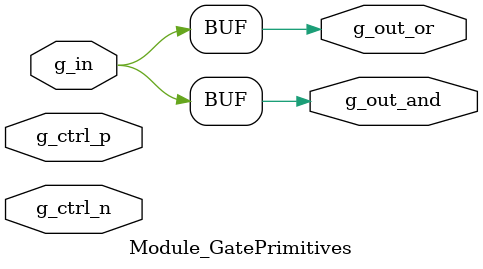
<source format=sv>
module Module_GatePrimitives (
    input wire g_ctrl_n,
    input wire g_ctrl_p,
    input wire g_in,
    output wire g_out_and,
    output wire g_out_or
);
    and a1 (g_out_and, g_in, g_in);
    or  o1 (g_out_or , g_in, g_in);
endmodule


</source>
